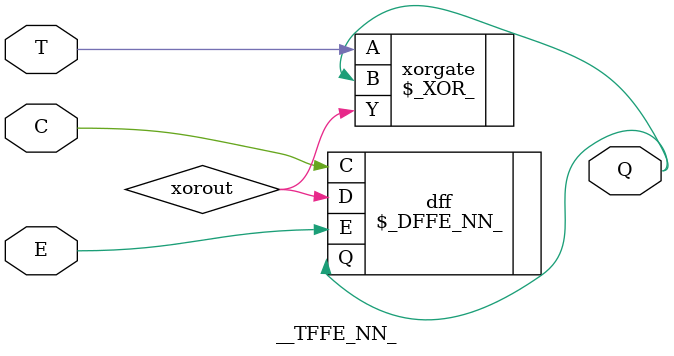
<source format=v>
module __TFFE_NN_ (T, C, E, Q);
	input T, C, E;
	output wire Q;
	wire xorout;
	$_XOR_ xorgate (
		.A(T),
		.B(Q),
		.Y(xorout),
	);
	$_DFFE_NN_ dff (
		.C(C),
		.D(xorout),
		.Q(Q),
		.E(E),
	);
endmodule
</source>
